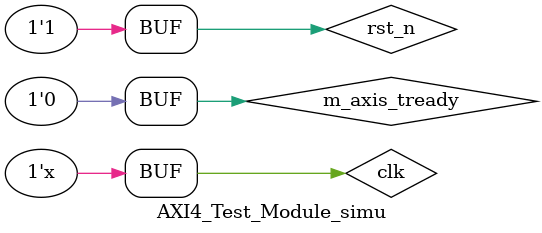
<source format=v>
`timescale 1ns / 1ps



module AXI4_Test_Module_simu; 
	reg 	clk, rst_n, m_axis_tready; 
	wire  	m_axis_tvalid; 
	wire	[31:0]	m_axis_tdata;
	wire	init_axi_txn;
       
 AXI4_Test_Module U0 ( 
	.clk    (clk), 
	.rst_n  (rst_n), 
	.m_axis_tready (m_axis_tready), 
	.m_axis_tdata  (m_axis_tdata),
	.m_axis_tvalid(m_axis_tvalid),
	.init_axi_txn(init_axi_txn)
    ); 
   
   initial 
   begin 
     clk = 0; 
     rst_n = 1; 
	 m_axis_tready = 1;
	 # 10
	 rst_n = 0;
	# 10
	 rst_n = 1;
	 m_axis_tready = 0;
	 
    #10
	#15
	   m_axis_tready = 1;
    #200
        m_axis_tready = 0;

	#30
	   m_axis_tready = 1;
    #200
        m_axis_tready = 0;
	#30
       m_axis_tready = 1;
    #200
        m_axis_tready = 0;	   
	 
   end 
     
   always 
      #5  clk =  ! clk; 
     
 endmodule 

</source>
